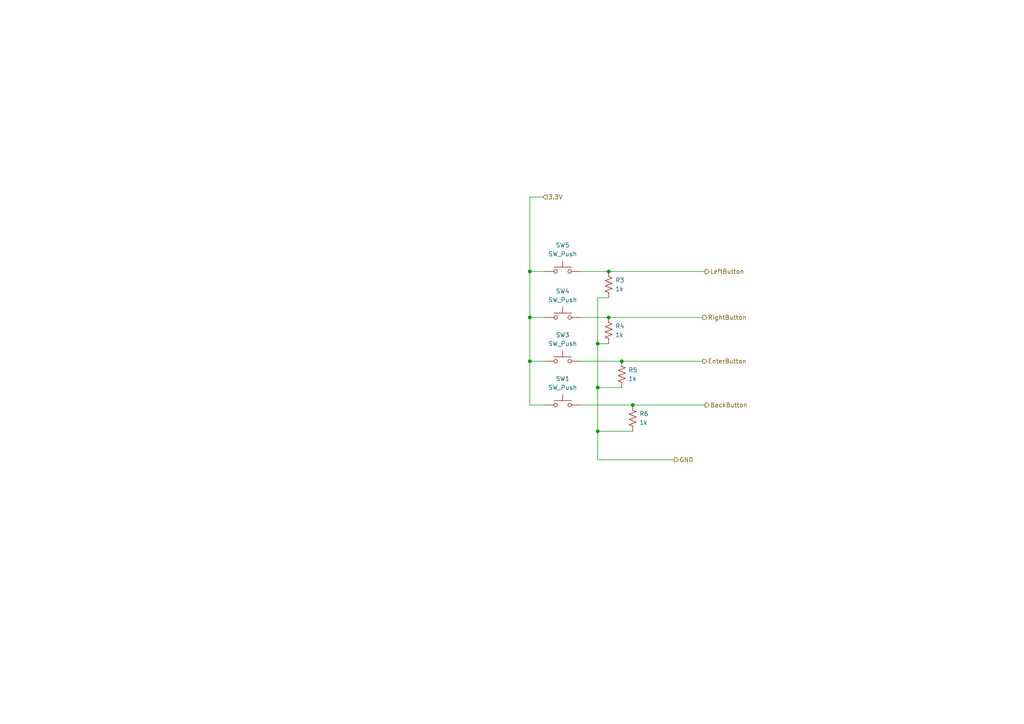
<source format=kicad_sch>
(kicad_sch (version 20230121) (generator eeschema)
  (paper "A4")
  (lib_symbols
    (symbol "Device:R_US" (pin_numbers hide) (pin_names (offset 0))
      (property "Reference" "R" (at 2.54 0 90))
      (property "Value" "R_US" (at -2.54 0 90))
      (symbol "R_US_0_1"
        (polyline (pts (xy 0 -2.286) (xy 0 -2.54)))
        (polyline (pts (xy 0 2.286) (xy 0 2.54)))
        (polyline (pts (xy 0 -0.762) (xy 1.016 -1.143) (xy 0 -1.524) (xy -1.016 -1.905) (xy 0 -2.286)))
        (polyline (pts (xy 0 0.762) (xy 1.016 0.381) (xy 0 0) (xy -1.016 -0.381) (xy 0 -0.762)))
        (polyline (pts (xy 0 2.286) (xy 1.016 1.905) (xy 0 1.524) (xy -1.016 1.143) (xy 0 0.762)))
      )
      (symbol "R_US_1_1"
        (pin passive line (at 0 3.81 270) (length 1.27) (name "~") (number "1"))
        (pin passive line (at 0 -3.81 90) (length 1.27) (name "~") (number "2"))
      )
    )
    (symbol "Switch:SW_Push" (pin_numbers hide) (pin_names (offset 1.016) hide)
      (property "Reference" "SW" (at 1.27 2.54 0))
      (property "Value" "SW_Push" (at 0 -1.524 0))
      (symbol "SW_Push_0_1"
        (circle (center -2.032 0) (radius 0.508))
        (polyline (pts (xy 0 1.27) (xy 0 3.048)))
        (polyline (pts (xy 2.54 1.27) (xy -2.54 1.27)))
        (circle (center 2.032 0) (radius 0.508))
        (pin passive line (at -5.08 0 0) (length 2.54) (name "1") (number "1"))
        (pin passive line (at 5.08 0 180) (length 2.54) (name "2") (number "2"))
      )
    )
  )
  (junction (at 176.53 92.075))
  (junction (at 153.67 92.075))
  (junction (at 180.34 104.775))
  (junction (at 173.355 99.695))
  (junction (at 173.355 112.395))
  (junction (at 173.355 125.095))
  (junction (at 183.515 117.475))
  (junction (at 176.53 78.74))
  (junction (at 153.67 78.74))
  (junction (at 153.67 104.775))
  (wire (pts (xy 176.53 92.075) (xy 203.835 92.075)))
  (wire (pts (xy 158.115 104.775) (xy 153.67 104.775)))
  (wire (pts (xy 176.53 78.74) (xy 204.47 78.74)))
  (wire (pts (xy 173.355 86.36) (xy 176.53 86.36)))
  (wire (pts (xy 180.34 104.775) (xy 203.835 104.775)))
  (wire (pts (xy 173.355 125.095) (xy 173.355 133.35)))
  (wire (pts (xy 153.67 117.475) (xy 153.67 104.775)))
  (wire (pts (xy 173.355 112.395) (xy 173.355 125.095)))
  (wire (pts (xy 173.355 99.695) (xy 176.53 99.695)))
  (wire (pts (xy 180.34 112.395) (xy 173.355 112.395)))
  (wire (pts (xy 173.355 133.35) (xy 195.58 133.35)))
  (wire (pts (xy 153.67 57.15) (xy 153.67 78.74)))
  (wire (pts (xy 183.515 125.095) (xy 173.355 125.095)))
  (wire (pts (xy 153.67 78.74) (xy 158.115 78.74)))
  (wire (pts (xy 168.275 117.475) (xy 183.515 117.475)))
  (wire (pts (xy 157.48 57.15) (xy 153.67 57.15)))
  (wire (pts (xy 168.275 104.775) (xy 180.34 104.775)))
  (wire (pts (xy 183.515 117.475) (xy 204.47 117.475)))
  (wire (pts (xy 158.115 92.075) (xy 153.67 92.075)))
  (wire (pts (xy 173.355 86.36) (xy 173.355 99.695)))
  (wire (pts (xy 168.275 92.075) (xy 176.53 92.075)))
  (wire (pts (xy 173.355 99.695) (xy 173.355 112.395)))
  (wire (pts (xy 168.275 78.74) (xy 176.53 78.74)))
  (wire (pts (xy 158.115 117.475) (xy 153.67 117.475)))
  (wire (pts (xy 153.67 78.74) (xy 153.67 92.075)))
  (wire (pts (xy 153.67 104.775) (xy 153.67 92.075)))
  (hierarchical_label "3.3V" (shape input) (at 157.48 57.15 0))
  (hierarchical_label "RightButton" (shape output) (at 203.835 92.075 0))
  (hierarchical_label "GND" (shape output) (at 195.58 133.35 0))
  (hierarchical_label "EnterButton" (shape output) (at 203.835 104.775 0))
  (hierarchical_label "BackButton" (shape output) (at 204.47 117.475 0))
  (hierarchical_label "LeftButton" (shape output) (at 204.47 78.74 0))
  (symbol (lib_id "Device:R_US") (at 180.34 108.585 0) (unit 1)
    (property "Reference" "R5" (at 182.245 107.315 0) (effects (justify left)))
    (property "Value" "1k" (at 182.245 109.855 0) (effects (justify left)))
  )
  (symbol (lib_id "Switch:SW_Push") (at 163.195 92.075 0) (unit 1)
    (property "Reference" "SW4" (at 163.195 84.455 0))
    (property "Value" "SW_Push" (at 163.195 86.995 0))
  )
  (symbol (lib_id "Switch:SW_Push") (at 163.195 78.74 0) (unit 1)
    (property "Reference" "SW5" (at 163.195 71.12 0))
    (property "Value" "SW_Push" (at 163.195 73.66 0))
  )
  (symbol (lib_id "Switch:SW_Push") (at 163.195 104.775 0) (unit 1)
    (property "Reference" "SW3" (at 163.195 97.155 0))
    (property "Value" "SW_Push" (at 163.195 99.695 0))
  )
  (symbol (lib_id "Device:R_US") (at 183.515 121.285 0) (unit 1)
    (property "Reference" "R6" (at 185.42 120.015 0) (effects (justify left)))
    (property "Value" "1k" (at 185.42 122.555 0) (effects (justify left)))
  )
  (symbol (lib_id "Device:R_US") (at 176.53 82.55 0) (unit 1)
    (property "Reference" "R3" (at 178.435 81.28 0) (effects (justify left)))
    (property "Value" "1k" (at 178.435 83.82 0) (effects (justify left)))
  )
  (symbol (lib_id "Switch:SW_Push") (at 163.195 117.475 0) (unit 1)
    (property "Reference" "SW1" (at 163.195 109.855 0))
    (property "Value" "SW_Push" (at 163.195 112.395 0))
  )
  (symbol (lib_id "Device:R_US") (at 176.53 95.885 0) (unit 1)
    (property "Reference" "R4" (at 178.435 94.615 0) (effects (justify left)))
    (property "Value" "1k" (at 178.435 97.155 0) (effects (justify left)))
  )
)
</source>
